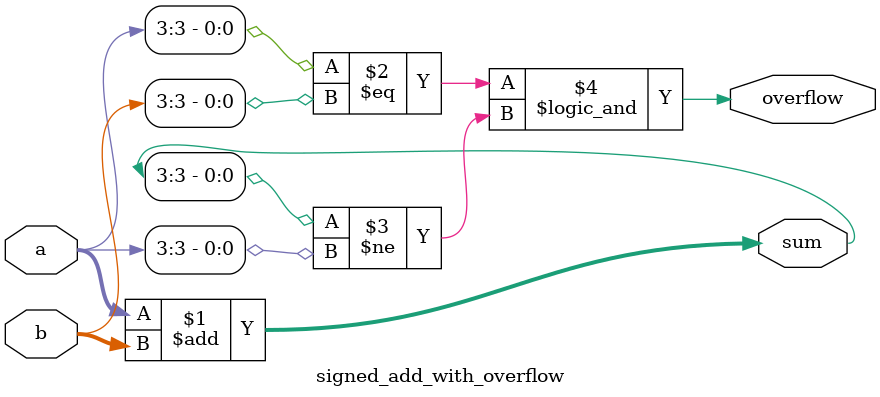
<source format=sv>

module add
(
  input  [3:0] a, b,
  output [3:0] sum
);

  assign sum = a + b;

endmodule

//----------------------------------------------------------------------------
// Task
//----------------------------------------------------------------------------

module signed_add_with_overflow
(
  input  [3:0] a, b,
  output [3:0] sum,
  output       overflow
);

  // Task:
  //
  // Implement a module that adds two signed numbers
  // and detects an overflow.
  //
  // By "signed" we mean "two's complement numbers".
  // See https://en.wikipedia.org/wiki/Two%27s_complement for details.
  //
  // The 'overflow' output bit should be set to 1
  // when the resulting sum (either positive or negative)
  // of two input arguments is greater or less than
  // 4-bit maximum or minimum signed number.
  //
  // Otherwise the 'overflow' should be set to 0.


  assign sum = a + b;
  // assign overflow = (~a[3] & ~b[3] & sum[3]) | (a[3] & b[3] & ~sum[3]);
  assign overflow = (a[3] == b[3]) && (sum[3] != a[3]);
  

endmodule

</source>
